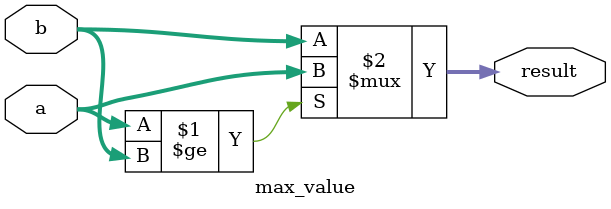
<source format=v>

module max_value (
    input [4:0] a,
    input [4:0] b,
    output [4:0] result
);

    assign result = (a >= b) ? a : b;

endmodule
</source>
